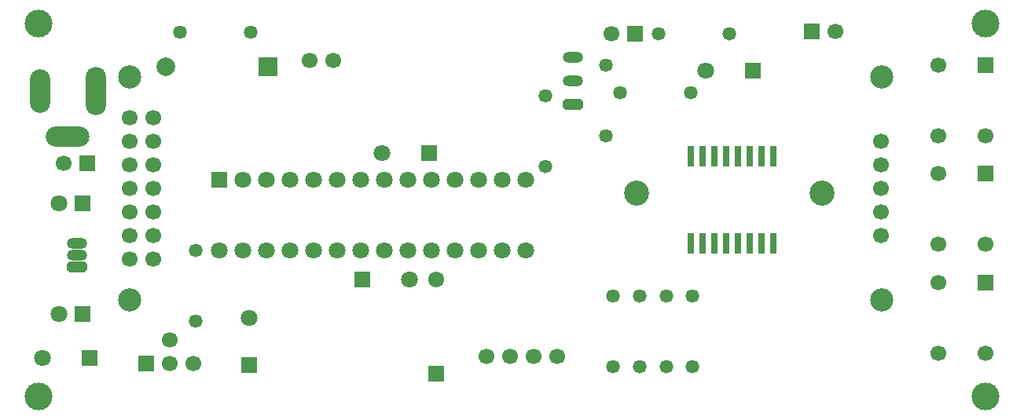
<source format=gbr>
G04 DipTrace 3.3.1.3*
G04 BottomMask.gbr*
%MOIN*%
G04 #@! TF.FileFunction,Soldermask,Bot*
G04 #@! TF.Part,Single*
%AMOUTLINE1*
4,1,8,
-0.031158,0.023622,
-0.043307,0.011473,
-0.043307,-0.011473,
-0.031158,-0.023622,
0.031158,-0.023622,
0.043307,-0.011473,
0.043307,0.011473,
0.031158,0.023622,
-0.031158,0.023622,
0*%
%ADD18R,0.070866X0.070866*%
%ADD34C,0.098425*%
%ADD35C,0.11811*%
%ADD43C,0.066929*%
%ADD45R,0.031496X0.086614*%
%ADD47C,0.057874*%
%ADD49C,0.057874*%
%ADD51O,0.086614X0.047244*%
%ADD53C,0.106299*%
%ADD55C,0.067874*%
%ADD57R,0.067874X0.067874*%
%ADD59O,0.185039X0.086614*%
%ADD61O,0.086614X0.185039*%
%ADD63O,0.086614X0.204724*%
%ADD65R,0.066929X0.066929*%
%ADD67C,0.066929*%
%ADD69C,0.07874*%
%ADD71R,0.07874X0.07874*%
%ADD73C,0.070866*%
%ADD80OUTLINE1*%
%FSLAX26Y26*%
G04*
G70*
G90*
G75*
G01*
G04 BotMask*
%LPD*%
D73*
X1381201Y818701D3*
D18*
Y618701D3*
X674950Y1306201D3*
D73*
X574950D3*
D18*
X674950Y837451D3*
D73*
X574950D3*
X506201Y649951D3*
D18*
X706201D3*
D73*
X3318701Y1868701D3*
D18*
X3518701D3*
D73*
X1943701Y1518701D3*
D18*
X2143701D3*
D73*
X2062450Y981201D3*
D18*
X1862450D3*
D71*
X1462451Y1887450D3*
D69*
X1027412D3*
D67*
X874950Y1068701D3*
X974950D3*
Y1168701D3*
X874950D3*
Y1268701D3*
X974950D3*
X874950Y1368701D3*
X974950D3*
X973375Y1468701D3*
X876525D3*
Y1568701D3*
X973375D3*
X876525Y1668701D3*
X973375D3*
X4062470Y1368701D3*
Y1468701D3*
Y1268701D3*
Y1168701D3*
Y1568701D3*
D34*
X874950Y1841142D3*
Y896260D3*
X4063927Y1841142D3*
Y896260D3*
D35*
X487450Y2068701D3*
Y487450D3*
X4506201Y2068701D3*
Y487451D3*
D65*
X693701Y1474951D3*
D67*
X593701D3*
D65*
X3768701Y2037450D3*
D67*
X3868701D3*
D65*
X3018701Y2024950D3*
D67*
X2918701D3*
D63*
X731201Y1781201D3*
D61*
X494980D3*
D59*
X613091Y1588287D3*
D57*
X2174951Y581201D3*
D55*
Y981201D3*
D43*
X1043701Y724951D3*
D67*
X1737451Y1912450D3*
X1637451D3*
D53*
X3024950Y1349951D3*
X3812352D3*
D80*
X2756201Y1724950D3*
D51*
Y1824950D3*
Y1924950D3*
D49*
X1156201Y806201D3*
D47*
Y1106201D3*
D49*
X1087450Y2031201D3*
D47*
X1387450D3*
D65*
X943701Y624950D3*
D67*
X1043701D3*
X1143701D3*
D49*
X2893701Y1593701D3*
D47*
Y1893701D3*
D49*
X3256201Y1774951D3*
D47*
X2956201D3*
D49*
X3262451Y912451D3*
D47*
Y612451D3*
D49*
X3149951Y612450D3*
D47*
Y912450D3*
D49*
X2924951Y612450D3*
D47*
Y912450D3*
D49*
X2637450Y1762451D3*
D47*
Y1462451D3*
D49*
X3037450Y912451D3*
D47*
Y612451D3*
D49*
X3118701Y2024950D3*
D47*
X3418701D3*
D65*
X4506201Y1893701D3*
D67*
X4306201D3*
Y1593701D3*
X4506201D3*
D65*
Y1431201D3*
D67*
X4306201D3*
Y1131201D3*
X4506201D3*
D65*
Y968701D3*
D67*
X4306201D3*
Y668701D3*
X4506201D3*
D18*
X1256201Y1406201D3*
D73*
X1356201D3*
X1456201D3*
X1556201D3*
X1656201D3*
X1756201D3*
X1856201D3*
X1956201D3*
X2056201D3*
X2156201D3*
X2256201D3*
X2356201D3*
X2456201D3*
X2556201D3*
Y1106201D3*
X2456201D3*
X2356201D3*
X2256201D3*
X2156201D3*
X2056201D3*
X1956201D3*
X1856201D3*
X1756201D3*
X1656201D3*
X1556201D3*
X1456201D3*
X1356201D3*
X1256201D3*
D80*
X649950Y1037451D3*
D51*
Y1087451D3*
Y1137451D3*
D45*
X3256202Y1506201D3*
X3306202D3*
X3356202D3*
X3406202D3*
X3456202D3*
X3506202D3*
X3556202D3*
X3606202D3*
Y1136122D3*
X3556202D3*
X3506202D3*
X3456202D3*
X3406202D3*
X3356202D3*
X3306202D3*
X3256202D3*
D67*
X2487450Y656201D3*
X2587450D3*
X2687450D3*
X2387450D3*
M02*

</source>
